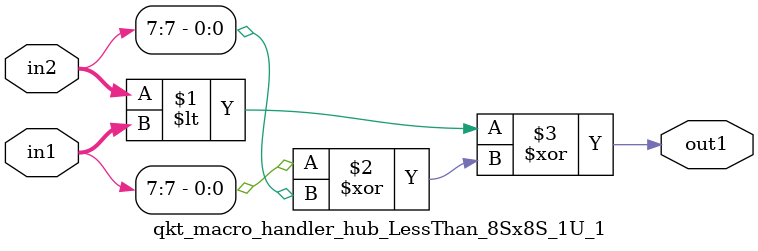
<source format=v>

`timescale 1ps / 1ps


module qkt_macro_handler_hub_LessThan_8Sx8S_1U_1( in2, in1, out1 );

    input [7:0] in2;
    input [7:0] in1;
    output out1;

    
    // rtl_process:qkt_macro_handler_hub_LessThan_8Sx8S_1U_1/qkt_macro_handler_hub_LessThan_8Sx8S_1U_1_thread_1
    assign out1 = (in2 < in1 ^ (in1[7] ^ in2[7]));

endmodule


</source>
